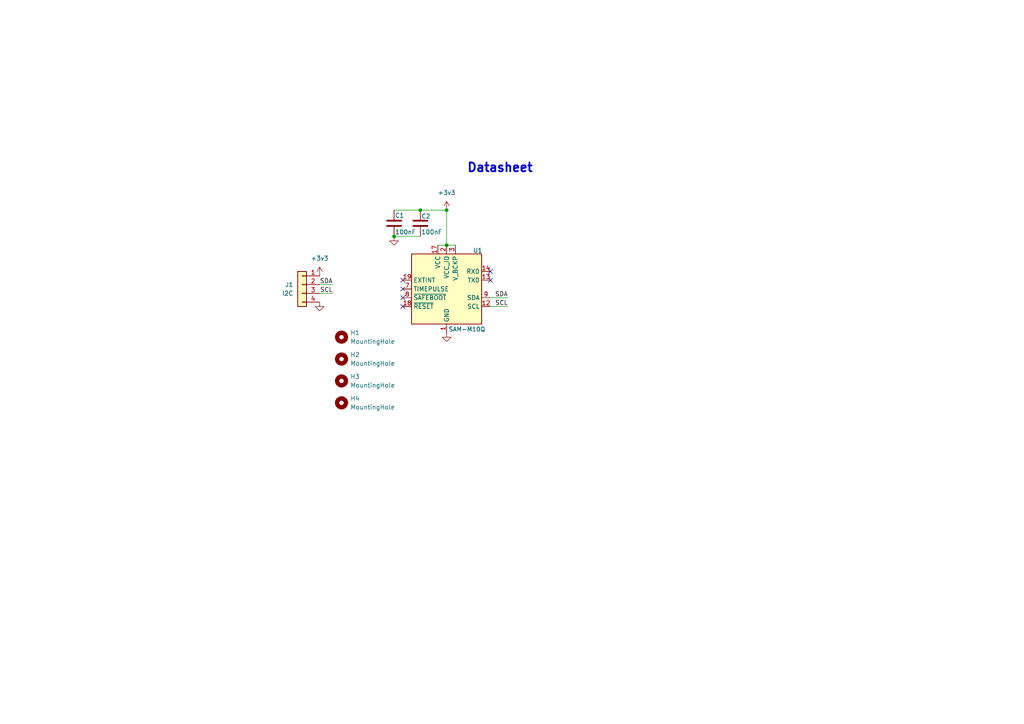
<source format=kicad_sch>
(kicad_sch (version 20250114) (generator "eeschema") (generator_version "9.0")
  (paper "A4")
  (lib_symbols
    (symbol "Connector_Generic:Conn_01x04" (pin_names (offset 1.016) (hide yes))
      (property "Reference" "J" (at 0 5.08 0))
      (property "Value" "Conn_01x04" (at 0 -7.62 0))
      (symbol "Conn_01x04_1_1"
        (rectangle (start -1.27 3.81) (end 1.27 -6.35) (stroke (width 0.254)) (fill (type background)))
        (rectangle (start -1.27 2.667) (end 0 2.413) (stroke (width 0.1524)))
        (rectangle (start -1.27 0.127) (end 0 -0.127) (stroke (width 0.1524)))
        (rectangle (start -1.27 -2.413) (end 0 -2.667) (stroke (width 0.1524)))
        (rectangle (start -1.27 -4.953) (end 0 -5.207) (stroke (width 0.1524)))
        (pin passive line (at -5.08 2.54 0) (length 3.81) (name "Pin_1") (number "1"))
        (pin passive line (at -5.08 0 0) (length 3.81) (name "Pin_2") (number "2"))
        (pin passive line (at -5.08 -2.54 0) (length 3.81) (name "Pin_3") (number "3"))
        (pin passive line (at -5.08 -5.08 0) (length 3.81) (name "Pin_4") (number "4"))
      )
    )
    (symbol "Device:C" (pin_numbers (hide yes)) (pin_names (offset 0.254))
      (property "Reference" "C" (at 0.635 2.54 0))
      (property "Value" "C" (at 0.635 -2.54 0))
      (symbol "C_0_1"
        (polyline (pts (xy -2.032 0.762) (xy 2.032 0.762)) (stroke (width 0.508)))
        (polyline (pts (xy -2.032 -0.762) (xy 2.032 -0.762)) (stroke (width 0.508)))
      )
      (symbol "C_1_1"
        (pin passive line (at 0 3.81 270) (length 2.794) (name "~") (number "1"))
        (pin passive line (at 0 -3.81 90) (length 2.794) (name "~") (number "2"))
      )
    )
    (symbol "Mechanical:MountingHole" (pin_names (offset 1.016)) (exclude_from_sim yes) (in_bom no)
      (property "Reference" "H" (at 0 5.08 0))
      (property "Value" "MountingHole" (at 0 3.175 0))
      (symbol "MountingHole_0_1"
        (circle (center 0 0) (radius 1.27) (stroke (width 1.27)))
      )
    )
    (symbol "RF_GPS:SAM-M8Q"
      (property "Reference" "U" (at -8.89 11.43 0))
      (property "Value" "SAM-M8Q" (at 8.89 11.43 0))
      (symbol "SAM-M8Q_0_1"
        (rectangle (start -10.16 10.16) (end 10.16 -10.16) (stroke (width 0.254)) (fill (type background)))
      )
      (symbol "SAM-M8Q_1_1"
        (pin input line (at -12.7 2.54 0) (length 2.54) (name "EXTINT") (number "19"))
        (pin output line (at -12.7 0 0) (length 2.54) (name "TIMEPULSE") (number "7"))
        (pin input line (at -12.7 -2.54 0) (length 2.54) (name "~{SAFEBOOT}") (number "8"))
        (pin input line (at -12.7 -5.08 0) (length 2.54) (name "~{RESET}") (number "18"))
        (pin power_in line (at -2.54 12.7 270) (length 2.54) (name "VCC") (number "17"))
        (pin power_in line (at 0 12.7 270) (length 2.54) (name "VCC_IO") (number "2"))
        (pin power_in line (at 0 -12.7 90) (length 2.54) (name "GND") (number "1"))
        (pin passive line (at 0 -12.7 90) (length 2.54) (hide yes) (name "GND") (number "10"))
        (pin passive line (at 0 -12.7 90) (length 2.54) (hide yes) (name "GND") (number "11"))
        (pin passive line (at 0 -12.7 90) (length 2.54) (hide yes) (name "GND") (number "15"))
        (pin passive line (at 0 -12.7 90) (length 2.54) (hide yes) (name "GND") (number "16"))
        (pin passive line (at 0 -12.7 90) (length 2.54) (hide yes) (name "GND") (number "20"))
        (pin passive line (at 0 -12.7 90) (length 2.54) (hide yes) (name "GND") (number "4"))
        (pin passive line (at 0 -12.7 90) (length 2.54) (hide yes) (name "GND") (number "5"))
        (pin passive line (at 0 -12.7 90) (length 2.54) (hide yes) (name "GND") (number "6"))
        (pin power_in line (at 2.54 12.7 270) (length 2.54) (name "V_BCKP") (number "3"))
        (pin input line (at 12.7 5.08 180) (length 2.54) (name "RXD") (number "14"))
        (pin output line (at 12.7 2.54 180) (length 2.54) (name "TXD") (number "13"))
        (pin bidirectional line (at 12.7 -2.54 180) (length 2.54) (name "SDA") (number "9"))
        (pin input line (at 12.7 -5.08 180) (length 2.54) (name "SCL") (number "12"))
      )
    )
    (symbol "power:+3.3V" (power) (pin_numbers (hide yes)) (pin_names (offset 0) (hide yes))
      (property "Value" "+3.3V" (at 0 3.556 0))
      (symbol "+3.3V_0_1"
        (polyline (pts (xy -0.762 1.27) (xy 0 2.54)))
        (polyline (pts (xy 0 2.54) (xy 0.762 1.27)))
        (polyline (pts (xy 0 0) (xy 0 2.54)))
      )
      (symbol "+3.3V_1_1"
        (pin power_in line (at 0 0 90) (length 0) (name "~") (number "1"))
      )
    )
    (symbol "power:GND" (power) (pin_numbers (hide yes)) (pin_names (offset 0) (hide yes))
      (property "Value" "GND" (at 0 -3.81 0))
      (symbol "GND_0_1"
        (polyline (pts (xy 0 0) (xy 0 -1.27) (xy 1.27 -1.27) (xy 0 -2.54) (xy -1.27 -1.27) (xy 0 -1.27)))
      )
      (symbol "GND_1_1"
        (pin power_in line (at 0 0 270) (length 0) (name "~") (number "1"))
      )
    )
  )
  (text "Datasheet" (at 145.034 48.768 0) (effects (font (size 2.54 2.54) (thickness 0.508) (bold yes))))
  (junction (at 114.3 68.58))
  (junction (at 129.54 60.96))
  (junction (at 121.92 60.96))
  (junction (at 129.54 71.12))
  (no_connect (at 116.84 88.9))
  (no_connect (at 142.24 78.74))
  (no_connect (at 116.84 81.28))
  (no_connect (at 116.84 83.82))
  (no_connect (at 116.84 86.36))
  (no_connect (at 142.24 81.28))
  (wire (pts (xy 114.3 60.96) (xy 121.92 60.96)))
  (wire (pts (xy 129.54 71.12) (xy 129.54 60.96)))
  (wire (pts (xy 127 71.12) (xy 129.54 71.12)))
  (wire (pts (xy 142.24 86.36) (xy 147.32 86.36)))
  (wire (pts (xy 96.52 85.09) (xy 92.71 85.09)))
  (wire (pts (xy 121.92 60.96) (xy 129.54 60.96)))
  (wire (pts (xy 142.24 88.9) (xy 147.32 88.9)))
  (wire (pts (xy 96.52 82.55) (xy 92.71 82.55)))
  (wire (pts (xy 114.3 68.58) (xy 121.92 68.58)))
  (wire (pts (xy 129.54 71.12) (xy 132.08 71.12)))
  (label "SDA" (at 147.32 86.36 180))
  (label "SCL" (at 147.32 88.9 180))
  (label "SCL" (at 96.52 85.09 180))
  (label "SDA" (at 96.52 82.55 180))
  (symbol (lib_id "power:GND") (at 114.3 68.58 0) (unit 1)
    (property "Reference" "#PWR02" (effects (hide yes)))
    (property "Value" "GND" (effects (hide yes)))
    (property "Description" "Power symbol creates a global label with name \"GND\" , ground" (effects (hide yes)))
  )
  (symbol (lib_id "RF_GPS:SAM-M8Q") (at 129.54 83.82 0) (unit 1)
    (property "Reference" "U1" (at 137.16 72.644 0) (effects (justify left)))
    (property "Value" "SAM-M10Q" (at 130.048 95.504 0) (effects (justify left)))
    (property "Footprint" "RF_GPS:ublox_SAM-M8Q" (effects (hide yes)))
    (property "Datasheet" "https://www.u-blox.com/sites/default/files/SAM-M8Q_DataSheet_%28UBX-16012619%29.pdf" (effects (hide yes)))
    (property "Description" "GPS ublox M8 variant" (effects (hide yes)))
  )
  (symbol (lib_id "power:GND") (at 92.71 87.63 0) (unit 1)
    (property "Reference" "#PWR04" (effects (hide yes)))
    (property "Value" "GND" (effects (hide yes)))
    (property "Description" "Power symbol creates a global label with name \"GND\" , ground" (effects (hide yes)))
  )
  (symbol (lib_id "Device:C") (at 121.92 64.77 0) (unit 1)
    (property "Reference" "C2" (at 122.174 62.738 0) (effects (justify left)))
    (property "Value" "100nF" (at 122.174 67.31 0) (effects (justify left)))
    (property "Footprint" "Capacitor_SMD:C_0603_1608Metric" (effects (hide yes)))
    (property "Description" "Unpolarized capacitor" (effects (hide yes)))
  )
  (symbol (lib_id "Device:C") (at 114.3 64.77 0) (unit 1)
    (property "Reference" "C1" (at 114.554 62.484 0) (effects (justify left)))
    (property "Value" "100nF" (at 114.554 67.31 0) (effects (justify left)))
    (property "Footprint" "Capacitor_SMD:C_0603_1608Metric" (effects (hide yes)))
    (property "Description" "Unpolarized capacitor" (effects (hide yes)))
  )
  (symbol (lib_id "power:+3.3V") (at 92.71 80.01 0) (unit 1)
    (property "Reference" "#PWR05" (effects (hide yes)))
    (property "Value" "+3v3" (at 92.71 74.93 0))
    (property "Description" "Power symbol creates a global label with name \"+3.3V\"" (effects (hide yes)))
  )
  (symbol (lib_id "Mechanical:MountingHole") (at 99.06 97.79 0) (unit 1) (exclude_from_sim yes) (in_bom no)
    (property "Reference" "H1" (at 101.6 96.5199 0) (effects (justify left)))
    (property "Value" "MountingHole" (at 101.6 99.0599 0) (effects (justify left)))
    (property "Footprint" "MountingHole:MountingHole_3.2mm_M3" (effects (hide yes)))
    (property "Description" "Mounting Hole without connection" (effects (hide yes)))
  )
  (symbol (lib_id "Connector_Generic:Conn_01x04") (at 87.63 82.55 0) (mirror y) (unit 1)
    (property "Reference" "J1" (at 85.09 82.5499 0) (effects (justify left)))
    (property "Value" "I2C" (at 85.09 85.0899 0) (effects (justify left)))
    (property "Footprint" "Connector_JST:JST_XH_B4B-XH-A_1x04_P2.50mm_Vertical" (effects (hide yes)))
    (property "Description" "Generic connector, single row, 01x04, script generated (kicad-library-utils/schlib/autogen/connector/)" (effects (hide yes)))
  )
  (symbol (lib_id "power:GND") (at 129.54 96.52 0) (unit 1)
    (property "Reference" "#PWR03" (effects (hide yes)))
    (property "Value" "GND" (effects (hide yes)))
    (property "Description" "Power symbol creates a global label with name \"GND\" , ground" (effects (hide yes)))
  )
  (symbol (lib_id "Mechanical:MountingHole") (at 99.06 110.49 0) (unit 1) (exclude_from_sim yes) (in_bom no)
    (property "Reference" "H3" (at 101.6 109.2199 0) (effects (justify left)))
    (property "Value" "MountingHole" (at 101.6 111.7599 0) (effects (justify left)))
    (property "Footprint" "MountingHole:MountingHole_3.2mm_M3" (effects (hide yes)))
    (property "Description" "Mounting Hole without connection" (effects (hide yes)))
  )
  (symbol (lib_id "Mechanical:MountingHole") (at 99.06 116.84 0) (unit 1) (exclude_from_sim yes) (in_bom no)
    (property "Reference" "H4" (at 101.6 115.5699 0) (effects (justify left)))
    (property "Value" "MountingHole" (at 101.6 118.1099 0) (effects (justify left)))
    (property "Footprint" "MountingHole:MountingHole_3.2mm_M3" (effects (hide yes)))
    (property "Description" "Mounting Hole without connection" (effects (hide yes)))
  )
  (symbol (lib_id "Mechanical:MountingHole") (at 99.06 104.14 0) (unit 1) (exclude_from_sim yes) (in_bom no)
    (property "Reference" "H2" (at 101.6 102.8699 0) (effects (justify left)))
    (property "Value" "MountingHole" (at 101.6 105.4099 0) (effects (justify left)))
    (property "Footprint" "MountingHole:MountingHole_3.2mm_M3" (effects (hide yes)))
    (property "Description" "Mounting Hole without connection" (effects (hide yes)))
  )
  (symbol (lib_id "power:+3.3V") (at 129.54 60.96 0) (unit 1)
    (property "Reference" "#PWR01" (effects (hide yes)))
    (property "Value" "+3v3" (at 129.54 55.88 0))
    (property "Description" "Power symbol creates a global label with name \"+3.3V\"" (effects (hide yes)))
  )
)
</source>
